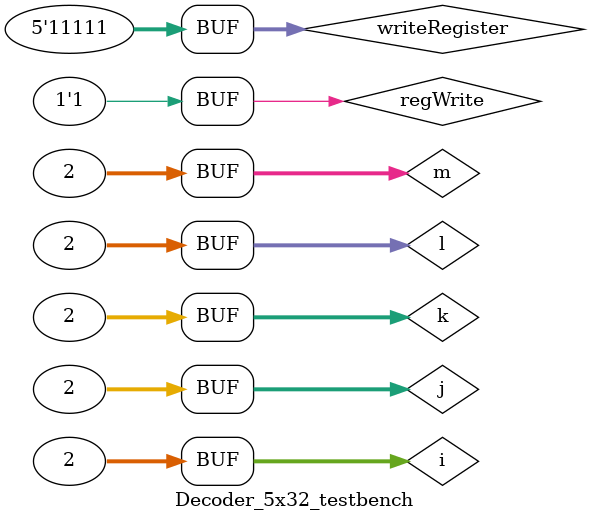
<source format=sv>
`timescale 1ps/1ps
module Decoder_5x32(regWrite,writeRegister,out);
	input logic regWrite;
	input logic [4:0] writeRegister;
	output logic [31:0] out;
	
	logic notR4;
	inverter inv4 (.in(writeRegister[4]), .out(notR4));
	logic sixteenRegWrite, thirtytwoRegWrite;
	and_gate_2_inputs and16 (.a(regWrite), .b(notR4), .out(sixteenRegWrite));
	and_gate_2_inputs and32 (.a(regWrite), .b(writeRegister[4]), .out(thirtytwoRegWrite));
	
	Decoder_4x16 sixteens (.regWrite(sixteenRegWrite), .writeRegister(writeRegister[3:0]), .out(out[15:0]));
	Decoder_4x16 thirtytwos (.regWrite(thirtytwoRegWrite), .writeRegister(writeRegister[3:0]), .out(out[31:16]));

endmodule

module Decoder_5x32_testbench();
	logic regWrite;
	logic [4:0] writeRegister;
	logic [31:0] out;

	Decoder_5x32 dut (.regWrite, .writeRegister, .out);
	
	integer i,j,k,l,m;
	
	initial begin
		regWrite = 1;
		for (i = 0; i <= 1; i++) begin
			for (j = 0; j <= 1; j++) begin
				for (k = 0; k <= 1; k++) begin
					for (l = 0; l <= 1; l++) begin
						for (m = 0; m <= 1; m++) begin
							writeRegister[4] = i;
							writeRegister[3] = j;
							writeRegister[2] = k;
							writeRegister[1] = l;
							writeRegister[0] = m;
							#500;
						end
					end
				end
			end
		end
	end
	
endmodule 
</source>
